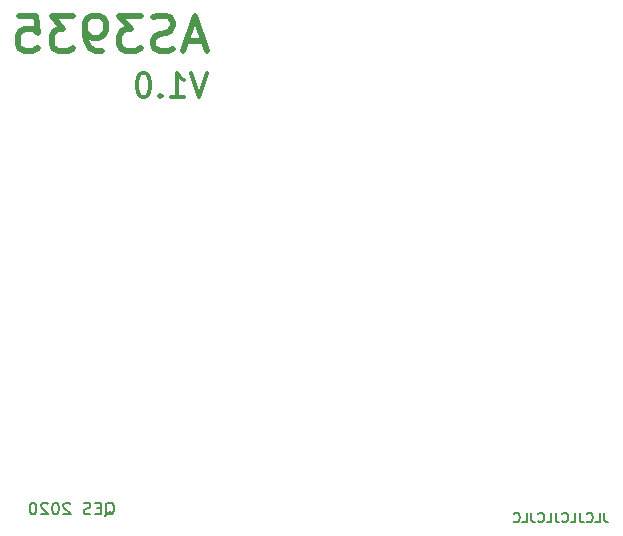
<source format=gbr>
G04 #@! TF.GenerationSoftware,KiCad,Pcbnew,(5.1.5)-2*
G04 #@! TF.CreationDate,2020-04-02T22:08:23-06:00*
G04 #@! TF.ProjectId,AS3935,41533339-3335-42e6-9b69-6361645f7063,rev?*
G04 #@! TF.SameCoordinates,Original*
G04 #@! TF.FileFunction,Legend,Bot*
G04 #@! TF.FilePolarity,Positive*
%FSLAX46Y46*%
G04 Gerber Fmt 4.6, Leading zero omitted, Abs format (unit mm)*
G04 Created by KiCad (PCBNEW (5.1.5)-2) date 2020-04-02 22:08:23*
%MOMM*%
%LPD*%
G04 APERTURE LIST*
%ADD10C,0.150000*%
%ADD11C,0.300000*%
%ADD12C,0.500000*%
%ADD13O,1.802000X1.802000*%
%ADD14R,1.802000X1.802000*%
G04 APERTURE END LIST*
D10*
X145427238Y-92525904D02*
X145427238Y-93097333D01*
X145465333Y-93211619D01*
X145541523Y-93287809D01*
X145655809Y-93325904D01*
X145732000Y-93325904D01*
X144665333Y-93325904D02*
X145046285Y-93325904D01*
X145046285Y-92525904D01*
X143941523Y-93249714D02*
X143979619Y-93287809D01*
X144093904Y-93325904D01*
X144170095Y-93325904D01*
X144284380Y-93287809D01*
X144360571Y-93211619D01*
X144398666Y-93135428D01*
X144436761Y-92983047D01*
X144436761Y-92868761D01*
X144398666Y-92716380D01*
X144360571Y-92640190D01*
X144284380Y-92564000D01*
X144170095Y-92525904D01*
X144093904Y-92525904D01*
X143979619Y-92564000D01*
X143941523Y-92602095D01*
X143370095Y-92525904D02*
X143370095Y-93097333D01*
X143408190Y-93211619D01*
X143484380Y-93287809D01*
X143598666Y-93325904D01*
X143674857Y-93325904D01*
X142608190Y-93325904D02*
X142989142Y-93325904D01*
X142989142Y-92525904D01*
X141884380Y-93249714D02*
X141922476Y-93287809D01*
X142036761Y-93325904D01*
X142112952Y-93325904D01*
X142227238Y-93287809D01*
X142303428Y-93211619D01*
X142341523Y-93135428D01*
X142379619Y-92983047D01*
X142379619Y-92868761D01*
X142341523Y-92716380D01*
X142303428Y-92640190D01*
X142227238Y-92564000D01*
X142112952Y-92525904D01*
X142036761Y-92525904D01*
X141922476Y-92564000D01*
X141884380Y-92602095D01*
X141312952Y-92525904D02*
X141312952Y-93097333D01*
X141351047Y-93211619D01*
X141427238Y-93287809D01*
X141541523Y-93325904D01*
X141617714Y-93325904D01*
X140551047Y-93325904D02*
X140932000Y-93325904D01*
X140932000Y-92525904D01*
X139827238Y-93249714D02*
X139865333Y-93287809D01*
X139979619Y-93325904D01*
X140055809Y-93325904D01*
X140170095Y-93287809D01*
X140246285Y-93211619D01*
X140284380Y-93135428D01*
X140322476Y-92983047D01*
X140322476Y-92868761D01*
X140284380Y-92716380D01*
X140246285Y-92640190D01*
X140170095Y-92564000D01*
X140055809Y-92525904D01*
X139979619Y-92525904D01*
X139865333Y-92564000D01*
X139827238Y-92602095D01*
X139255809Y-92525904D02*
X139255809Y-93097333D01*
X139293904Y-93211619D01*
X139370095Y-93287809D01*
X139484380Y-93325904D01*
X139560571Y-93325904D01*
X138493904Y-93325904D02*
X138874857Y-93325904D01*
X138874857Y-92525904D01*
X137770095Y-93249714D02*
X137808190Y-93287809D01*
X137922476Y-93325904D01*
X137998666Y-93325904D01*
X138112952Y-93287809D01*
X138189142Y-93211619D01*
X138227238Y-93135428D01*
X138265333Y-92983047D01*
X138265333Y-92868761D01*
X138227238Y-92716380D01*
X138189142Y-92640190D01*
X138112952Y-92564000D01*
X137998666Y-92525904D01*
X137922476Y-92525904D01*
X137808190Y-92564000D01*
X137770095Y-92602095D01*
X103163333Y-92749619D02*
X103258571Y-92702000D01*
X103353809Y-92606761D01*
X103496666Y-92463904D01*
X103591904Y-92416285D01*
X103687142Y-92416285D01*
X103639523Y-92654380D02*
X103734761Y-92606761D01*
X103830000Y-92511523D01*
X103877619Y-92321047D01*
X103877619Y-91987714D01*
X103830000Y-91797238D01*
X103734761Y-91702000D01*
X103639523Y-91654380D01*
X103449047Y-91654380D01*
X103353809Y-91702000D01*
X103258571Y-91797238D01*
X103210952Y-91987714D01*
X103210952Y-92321047D01*
X103258571Y-92511523D01*
X103353809Y-92606761D01*
X103449047Y-92654380D01*
X103639523Y-92654380D01*
X102782380Y-92130571D02*
X102449047Y-92130571D01*
X102306190Y-92654380D02*
X102782380Y-92654380D01*
X102782380Y-91654380D01*
X102306190Y-91654380D01*
X101925238Y-92606761D02*
X101782380Y-92654380D01*
X101544285Y-92654380D01*
X101449047Y-92606761D01*
X101401428Y-92559142D01*
X101353809Y-92463904D01*
X101353809Y-92368666D01*
X101401428Y-92273428D01*
X101449047Y-92225809D01*
X101544285Y-92178190D01*
X101734761Y-92130571D01*
X101830000Y-92082952D01*
X101877619Y-92035333D01*
X101925238Y-91940095D01*
X101925238Y-91844857D01*
X101877619Y-91749619D01*
X101830000Y-91702000D01*
X101734761Y-91654380D01*
X101496666Y-91654380D01*
X101353809Y-91702000D01*
X100210952Y-91749619D02*
X100163333Y-91702000D01*
X100068095Y-91654380D01*
X99830000Y-91654380D01*
X99734761Y-91702000D01*
X99687142Y-91749619D01*
X99639523Y-91844857D01*
X99639523Y-91940095D01*
X99687142Y-92082952D01*
X100258571Y-92654380D01*
X99639523Y-92654380D01*
X99020476Y-91654380D02*
X98925238Y-91654380D01*
X98830000Y-91702000D01*
X98782380Y-91749619D01*
X98734761Y-91844857D01*
X98687142Y-92035333D01*
X98687142Y-92273428D01*
X98734761Y-92463904D01*
X98782380Y-92559142D01*
X98830000Y-92606761D01*
X98925238Y-92654380D01*
X99020476Y-92654380D01*
X99115714Y-92606761D01*
X99163333Y-92559142D01*
X99210952Y-92463904D01*
X99258571Y-92273428D01*
X99258571Y-92035333D01*
X99210952Y-91844857D01*
X99163333Y-91749619D01*
X99115714Y-91702000D01*
X99020476Y-91654380D01*
X98306190Y-91749619D02*
X98258571Y-91702000D01*
X98163333Y-91654380D01*
X97925238Y-91654380D01*
X97830000Y-91702000D01*
X97782380Y-91749619D01*
X97734761Y-91844857D01*
X97734761Y-91940095D01*
X97782380Y-92082952D01*
X98353809Y-92654380D01*
X97734761Y-92654380D01*
X97115714Y-91654380D02*
X97020476Y-91654380D01*
X96925238Y-91702000D01*
X96877619Y-91749619D01*
X96830000Y-91844857D01*
X96782380Y-92035333D01*
X96782380Y-92273428D01*
X96830000Y-92463904D01*
X96877619Y-92559142D01*
X96925238Y-92606761D01*
X97020476Y-92654380D01*
X97115714Y-92654380D01*
X97210952Y-92606761D01*
X97258571Y-92559142D01*
X97306190Y-92463904D01*
X97353809Y-92273428D01*
X97353809Y-92035333D01*
X97306190Y-91844857D01*
X97258571Y-91749619D01*
X97210952Y-91702000D01*
X97115714Y-91654380D01*
D11*
X111759619Y-55292761D02*
X111092952Y-57292761D01*
X110426285Y-55292761D01*
X108712000Y-57292761D02*
X109854857Y-57292761D01*
X109283428Y-57292761D02*
X109283428Y-55292761D01*
X109473904Y-55578476D01*
X109664380Y-55768952D01*
X109854857Y-55864190D01*
X107854857Y-57102285D02*
X107759619Y-57197523D01*
X107854857Y-57292761D01*
X107950095Y-57197523D01*
X107854857Y-57102285D01*
X107854857Y-57292761D01*
X106521523Y-55292761D02*
X106331047Y-55292761D01*
X106140571Y-55388000D01*
X106045333Y-55483238D01*
X105950095Y-55673714D01*
X105854857Y-56054666D01*
X105854857Y-56530857D01*
X105950095Y-56911809D01*
X106045333Y-57102285D01*
X106140571Y-57197523D01*
X106331047Y-57292761D01*
X106521523Y-57292761D01*
X106712000Y-57197523D01*
X106807238Y-57102285D01*
X106902476Y-56911809D01*
X106997714Y-56530857D01*
X106997714Y-56054666D01*
X106902476Y-55673714D01*
X106807238Y-55483238D01*
X106712000Y-55388000D01*
X106521523Y-55292761D01*
D12*
X111489142Y-52570000D02*
X110060571Y-52570000D01*
X111774857Y-53427142D02*
X110774857Y-50427142D01*
X109774857Y-53427142D01*
X108917714Y-53284285D02*
X108489142Y-53427142D01*
X107774857Y-53427142D01*
X107489142Y-53284285D01*
X107346285Y-53141428D01*
X107203428Y-52855714D01*
X107203428Y-52570000D01*
X107346285Y-52284285D01*
X107489142Y-52141428D01*
X107774857Y-51998571D01*
X108346285Y-51855714D01*
X108632000Y-51712857D01*
X108774857Y-51570000D01*
X108917714Y-51284285D01*
X108917714Y-50998571D01*
X108774857Y-50712857D01*
X108632000Y-50570000D01*
X108346285Y-50427142D01*
X107632000Y-50427142D01*
X107203428Y-50570000D01*
X106203428Y-50427142D02*
X104346285Y-50427142D01*
X105346285Y-51570000D01*
X104917714Y-51570000D01*
X104632000Y-51712857D01*
X104489142Y-51855714D01*
X104346285Y-52141428D01*
X104346285Y-52855714D01*
X104489142Y-53141428D01*
X104632000Y-53284285D01*
X104917714Y-53427142D01*
X105774857Y-53427142D01*
X106060571Y-53284285D01*
X106203428Y-53141428D01*
X102917714Y-53427142D02*
X102346285Y-53427142D01*
X102060571Y-53284285D01*
X101917714Y-53141428D01*
X101632000Y-52712857D01*
X101489142Y-52141428D01*
X101489142Y-50998571D01*
X101632000Y-50712857D01*
X101774857Y-50570000D01*
X102060571Y-50427142D01*
X102632000Y-50427142D01*
X102917714Y-50570000D01*
X103060571Y-50712857D01*
X103203428Y-50998571D01*
X103203428Y-51712857D01*
X103060571Y-51998571D01*
X102917714Y-52141428D01*
X102632000Y-52284285D01*
X102060571Y-52284285D01*
X101774857Y-52141428D01*
X101632000Y-51998571D01*
X101489142Y-51712857D01*
X100489142Y-50427142D02*
X98632000Y-50427142D01*
X99632000Y-51570000D01*
X99203428Y-51570000D01*
X98917714Y-51712857D01*
X98774857Y-51855714D01*
X98632000Y-52141428D01*
X98632000Y-52855714D01*
X98774857Y-53141428D01*
X98917714Y-53284285D01*
X99203428Y-53427142D01*
X100060571Y-53427142D01*
X100346285Y-53284285D01*
X100489142Y-53141428D01*
X95917714Y-50427142D02*
X97346285Y-50427142D01*
X97489142Y-51855714D01*
X97346285Y-51712857D01*
X97060571Y-51570000D01*
X96346285Y-51570000D01*
X96060571Y-51712857D01*
X95917714Y-51855714D01*
X95774857Y-52141428D01*
X95774857Y-52855714D01*
X95917714Y-53141428D01*
X96060571Y-53284285D01*
X96346285Y-53427142D01*
X97060571Y-53427142D01*
X97346285Y-53284285D01*
X97489142Y-53141428D01*
%LPC*%
D13*
X131318000Y-64008000D03*
D14*
X133858000Y-64008000D03*
D13*
X141986000Y-80264000D03*
X141986000Y-77724000D03*
X141986000Y-75184000D03*
X141986000Y-72644000D03*
D14*
X141986000Y-70104000D03*
D13*
X128778000Y-59436000D03*
D14*
X128778000Y-56896000D03*
D13*
X130048000Y-86614000D03*
X127508000Y-86614000D03*
D14*
X124968000Y-86614000D03*
D13*
X116332000Y-84074000D03*
D14*
X116332000Y-86614000D03*
D13*
X120396000Y-54366000D03*
X120396000Y-56906000D03*
D14*
X120396000Y-59446000D03*
D13*
X114300000Y-54366000D03*
X114300000Y-56906000D03*
D14*
X114300000Y-59446000D03*
D13*
X141986000Y-61468000D03*
D14*
X141986000Y-58928000D03*
M02*

</source>
